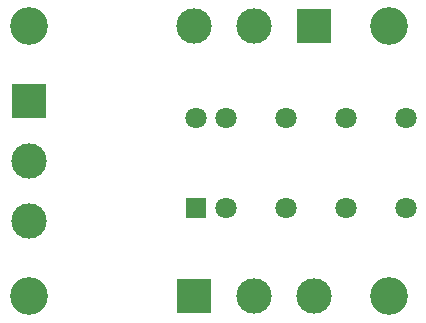
<source format=gbs>
G04 #@! TF.GenerationSoftware,KiCad,Pcbnew,6.0.9-8da3e8f707~116~ubuntu20.04.1*
G04 #@! TF.CreationDate,2023-04-19T17:14:30+00:00*
G04 #@! TF.ProjectId,LEC022001,4c454330-3232-4303-9031-2e6b69636164,rev?*
G04 #@! TF.SameCoordinates,Original*
G04 #@! TF.FileFunction,Soldermask,Bot*
G04 #@! TF.FilePolarity,Negative*
%FSLAX46Y46*%
G04 Gerber Fmt 4.6, Leading zero omitted, Abs format (unit mm)*
G04 Created by KiCad (PCBNEW 6.0.9-8da3e8f707~116~ubuntu20.04.1) date 2023-04-19 17:14:30*
%MOMM*%
%LPD*%
G01*
G04 APERTURE LIST*
%ADD10R,3.000000X3.000000*%
%ADD11C,3.000000*%
%ADD12R,1.800000X1.800000*%
%ADD13C,1.800000*%
%ADD14C,3.200000*%
G04 APERTURE END LIST*
D10*
G04 #@! TO.C,J2*
X104140000Y-93980000D03*
D11*
X109220000Y-93980000D03*
X114300000Y-93980000D03*
G04 #@! TD*
D10*
G04 #@! TO.C,J3*
X114300000Y-71120000D03*
D11*
X109220000Y-71120000D03*
X104140000Y-71120000D03*
G04 #@! TD*
D12*
G04 #@! TO.C,K1*
X104267000Y-86487000D03*
D13*
X106807000Y-86487000D03*
X111887000Y-86487000D03*
X116967000Y-86487000D03*
X122047000Y-86487000D03*
X122047000Y-78867000D03*
X116967000Y-78867000D03*
X111887000Y-78867000D03*
X106807000Y-78867000D03*
X104267000Y-78867000D03*
G04 #@! TD*
D10*
G04 #@! TO.C,J1*
X90170000Y-77470000D03*
D11*
X90170000Y-82550000D03*
X90170000Y-87630000D03*
G04 #@! TD*
D14*
G04 #@! TO.C,H1*
X120650000Y-71120000D03*
G04 #@! TD*
G04 #@! TO.C,H2*
X90170000Y-93980000D03*
G04 #@! TD*
G04 #@! TO.C,H3*
X120650000Y-93980000D03*
G04 #@! TD*
G04 #@! TO.C,H4*
X90170000Y-71120000D03*
G04 #@! TD*
M02*

</source>
